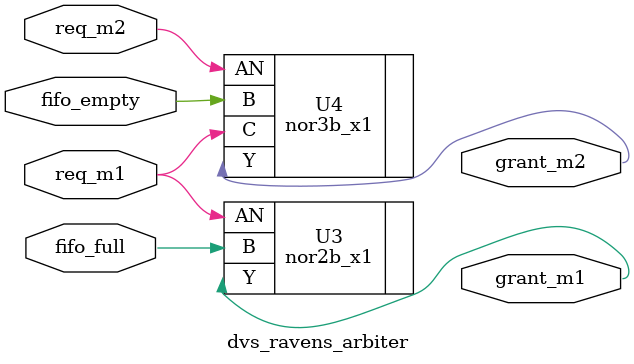
<source format=v>


module dvs_ravens_arbiter ( req_m1, req_m2, fifo_empty, fifo_full, grant_m1, 
        grant_m2 );
  input req_m1, req_m2, fifo_empty, fifo_full;
  output grant_m1, grant_m2;


  nor2b_x1 U3 ( .AN(req_m1), .B(fifo_full), .Y(grant_m1) );
  nor3b_x1 U4 ( .AN(req_m2), .B(fifo_empty), .C(req_m1), .Y(grant_m2) );
endmodule


</source>
